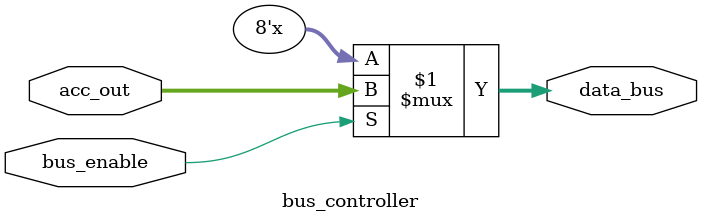
<source format=v>
/* File: bus_controller.v */
`timescale 1ns / 100ps

module bus_controller (
	output [7:0] data_bus,
	input [7:0] acc_out,
	input bus_enable
	
);

assign data_bus = (bus_enable) ? acc_out : 8'bz;

endmodule

</source>
